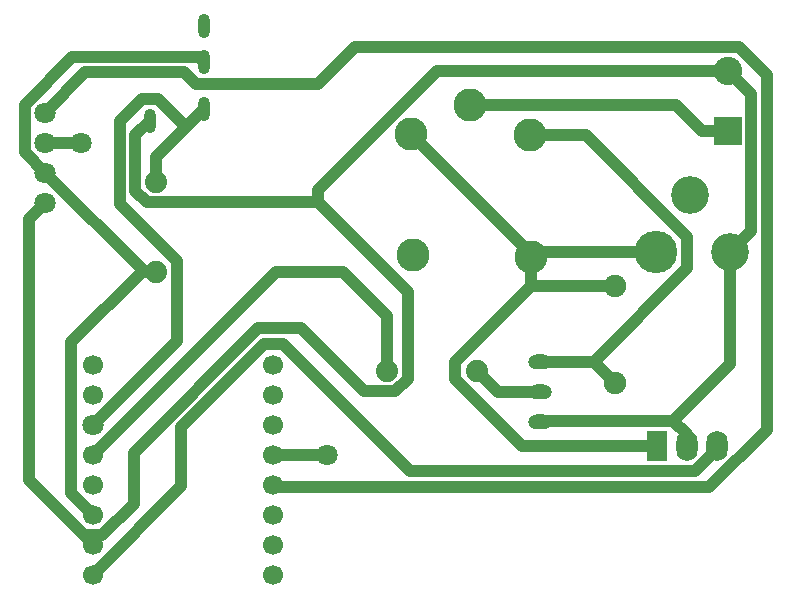
<source format=gbl>
G04 Layer: BottomLayer*
G04 EasyEDA v6.5.51, 2025-12-14 19:40:40*
G04 514b2389affe42e7ae51c997f378b186,324dd03f55b54ef1918ba81d68900132,10*
G04 Gerber Generator version 0.2*
G04 Scale: 100 percent, Rotated: No, Reflected: No *
G04 Dimensions in millimeters *
G04 leading zeros omitted , absolute positions ,4 integer and 5 decimal *
%FSLAX45Y45*%
%MOMM*%

%ADD10C,1.0000*%
%ADD11C,1.7000*%
%ADD12C,1.8800*%
%ADD13O,0.999998X2.099996*%
%ADD14C,1.8000*%
%ADD15C,3.5992*%
%ADD16C,0.0112*%
%ADD17C,3.2004*%
%ADD18C,1.9000*%
%ADD19C,2.4130*%
%ADD20R,2.4130X2.4130*%
%ADD21C,2.7940*%
%ADD22O,1.799996X2.599995*%
%ADD23R,1.8000X2.6000*%
%ADD24O,2.032X1.27*%

%LPD*%
D10*
X1781022Y4299013D02*
G01*
X1931822Y4449813D01*
X1524000Y3835387D02*
G01*
X1524000Y4041990D01*
X1781022Y4299013D01*
X990600Y1778012D02*
G01*
X1699844Y2487256D01*
X1699844Y3162414D01*
X1216126Y3646131D01*
X1216126Y4349254D01*
X1405229Y4538357D01*
X1541678Y4538357D01*
X1781022Y4299013D01*
X584200Y4165612D02*
G01*
X889000Y4165612D01*
X2971800Y1523987D02*
G01*
X2971774Y1524012D01*
X2514600Y1524012D01*
X6362700Y4267187D02*
G01*
X6141974Y4267187D01*
X4178300Y4483087D02*
G01*
X5926074Y4483087D01*
X6141974Y4267187D01*
X2895371Y3660432D02*
G01*
X2895371Y3768077D01*
X3902481Y4775187D01*
X6362700Y4775187D01*
X912444Y840168D02*
G01*
X1065987Y840168D01*
X1335430Y1109611D01*
X1335430Y1541995D01*
X2388692Y2595257D01*
X2747289Y2595257D01*
X3283305Y2059241D01*
X3550183Y2059241D01*
X3657472Y2166531D01*
X3657472Y2898330D01*
X2895371Y3660432D01*
X1471803Y4349813D02*
G01*
X1349222Y4227233D01*
X1349222Y3757968D01*
X1446758Y3660432D01*
X2895371Y3660432D01*
X912444Y840168D02*
G01*
X990600Y762012D01*
X584200Y3657612D02*
G01*
X446557Y3519970D01*
X446557Y1306055D01*
X912444Y840168D01*
X5904356Y1810880D02*
G01*
X6019774Y1695462D01*
X6019774Y1600695D01*
X6383020Y3239757D02*
G01*
X6563537Y3420275D01*
X6563537Y4574349D01*
X6362700Y4775187D01*
X6383020Y3239757D02*
G01*
X6383020Y2289543D01*
X5904356Y1810880D01*
X4775200Y1803387D02*
G01*
X4782693Y1810880D01*
X5904356Y1810880D01*
X3479800Y2235187D02*
G01*
X3479800Y2701074D01*
X3110763Y3070110D01*
X2536697Y3070110D01*
X990600Y1524012D01*
X5228793Y2311387D02*
G01*
X5410200Y2129980D01*
X4775200Y2311387D02*
G01*
X5228793Y2311387D01*
X5228793Y2311387D02*
G01*
X6022340Y3104934D01*
X6022340Y3367417D01*
X5159857Y4229900D01*
X4686350Y4229900D01*
X5758179Y3239757D02*
G01*
X4738370Y3239757D01*
X4699000Y3200387D01*
X3683000Y4241787D02*
G01*
X4699000Y3225787D01*
X4699000Y3200387D01*
X4699000Y2949994D02*
G01*
X5410200Y2949994D01*
X5765774Y1600695D02*
G01*
X4625035Y1600695D01*
X4056710Y2169020D01*
X4056710Y2307704D01*
X4699000Y2949994D01*
X4699000Y3200387D02*
G01*
X4699000Y2949994D01*
X584200Y3911612D02*
G01*
X412140Y4083672D01*
X412140Y4488827D01*
X816178Y4892865D01*
X1888769Y4892865D01*
X1931822Y4849812D01*
X1402130Y3073387D02*
G01*
X1402130Y3093681D01*
X584200Y3911612D01*
X990600Y1016012D02*
G01*
X805078Y1201534D01*
X805078Y2476334D01*
X1402130Y3073387D01*
X1402130Y3073387D02*
G01*
X1524000Y3073387D01*
X4775200Y2057387D02*
G01*
X4419600Y2057387D01*
X4241800Y2235187D01*
X584200Y4419612D02*
G01*
X925906Y4761318D01*
X1762683Y4761318D01*
X1860804Y4663198D01*
X2896057Y4663198D01*
X3208858Y4975999D01*
X6459499Y4975999D01*
X6694881Y4740617D01*
X6694881Y1734553D01*
X6208140Y1247813D01*
X2536799Y1247813D01*
X2514600Y1270012D01*
X6273800Y1599704D02*
G01*
X6273800Y1571078D01*
X6089141Y1386420D01*
X3673932Y1386420D01*
X2601086Y2459266D01*
X2436825Y2459266D01*
X1737334Y1759775D01*
X1737334Y1254747D01*
X990600Y508012D01*
D11*
G01*
X990600Y2286000D03*
G01*
X990600Y2032000D03*
G01*
X990600Y1778000D03*
G01*
X990600Y1524000D03*
G01*
X990600Y1270000D03*
G01*
X990600Y1016000D03*
G01*
X990600Y762000D03*
G01*
X990600Y508000D03*
G01*
X2514600Y508000D03*
G01*
X2514600Y762000D03*
G01*
X2514600Y1016000D03*
G01*
X2514600Y1270000D03*
G01*
X2514600Y1524000D03*
G01*
X2514600Y1778000D03*
G01*
X2514600Y2032000D03*
G01*
X2514600Y2286000D03*
D12*
G01*
X1524000Y3835400D03*
G01*
X1524000Y3073400D03*
D13*
G01*
X1471803Y4349800D03*
G01*
X1931822Y4449800D03*
G01*
X1931822Y4849799D03*
G01*
X1931822Y5149799D03*
D14*
G01*
X584200Y3657600D03*
G01*
X584200Y3911600D03*
G01*
X584200Y4165600D03*
G01*
X584200Y4419600D03*
D15*
G01*
X5758179Y3239770D03*
D17*
G01*
X6383020Y3239770D03*
G01*
X6042659Y3719829D03*
D18*
G01*
X5410189Y2129995D03*
G01*
X5410189Y2949994D03*
D12*
G01*
X3479792Y2235194D03*
G01*
X4241792Y2235194D03*
D19*
G01*
X6362687Y4775200D03*
D20*
G01*
X6362687Y4267200D03*
D21*
G01*
X4178300Y4483100D03*
G01*
X4686350Y4229912D03*
G01*
X4699000Y3200400D03*
G01*
X3683000Y4241800D03*
G01*
X3695649Y3212287D03*
D22*
G01*
X6019787Y1600697D03*
G01*
X6273787Y1599697D03*
D23*
G01*
X5765787Y1600697D03*
D24*
G01*
X4775189Y2057400D03*
G01*
X4775189Y1803400D03*
G01*
X4775189Y2311394D03*
D14*
G01*
X990600Y1778000D03*
G01*
X2971800Y1524000D03*
G01*
X889000Y4165600D03*
M02*

</source>
